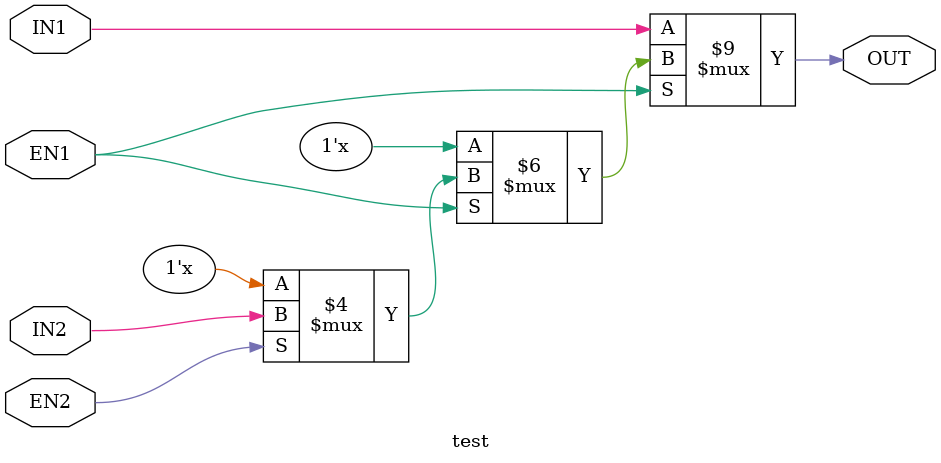
<source format=v>
module test(input IN1, IN2, EN1, EN2, output reg OUT);
always @(IN1 or IN2 or EN1 or EN2) begin
    if(EN1) begin
	    if(EN2)
		    OUT = IN2;
	end		
	else
	    OUT = IN1;
end	
endmodule	

</source>
